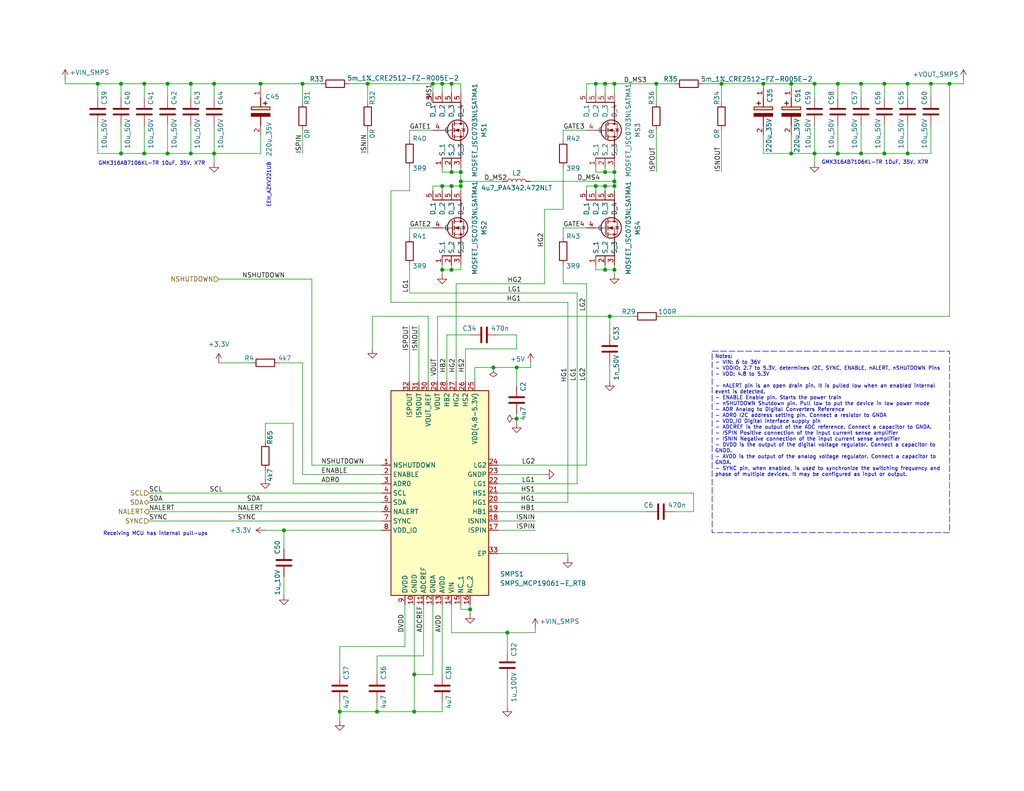
<source format=kicad_sch>
(kicad_sch (version 20231120) (generator "eeschema") (generator_version "8.0")
  (paper "USLetter")
  (title_block (title "USB-PD Board") (date "2025-12-03") (rev "B") (company "Peter Hancak"))
  (lib_symbols
    (symbol "Device:C" (pin_numbers hide) (pin_names (offset 0.254))
      (property "Reference" "C" (at 0.635 2.54 0))
      (property "Value" "C" (at 0.635 -2.54 0))
      (symbol "C_1_1"
        (pin passive line (at 0 3.81 270) (length 2.794) (name "~") (number "1"))
        (pin passive line (at 0 -3.81 90) (length 2.794) (name "~") (number "2"))
      )
    )
    (symbol "Device:L" (pin_numbers hide) (pin_names (offset 1.016) hide)
      (property "Reference" "L" (at -1.27 0 90))
      (property "Value" "L" (at 1.905 0 90))
      (symbol "L_1_1"
        (pin passive line (at 0 3.81 270) (length 1.27) (name "1") (number "1"))
        (pin passive line (at 0 -3.81 90) (length 1.27) (name "2") (number "2"))
      )
    )
    (symbol "Device:R" (pin_numbers hide) (pin_names (offset 0))
      (property "Reference" "R" (at 2.032 0 90))
      (property "Value" "R" (at 0 0 90))
      (symbol "R_1_1"
        (pin passive line (at 0 3.81 270) (length 1.27) (name "~") (number "1"))
        (pin passive line (at 0 -3.81 90) (length 1.27) (name "~") (number "2"))
      )
    )
    (symbol "MOSFET_BSZ058N03LSG_1"
      (property "Reference" "MS" (at 9.398 2.286 0))
      (property "Value" "MOSFET_BSZ058N03LSG" (at 9.398 0 0))
      (symbol "MOSFET_BSZ058N03LSG_1_1_1"
        (pin passive line (at 2.54 -20.32 90) (length 2.54) (name "S_1") (number "1"))
        (pin passive line (at 5.08 -20.32 90) (length 2.54) (name "S_2") (number "2"))
        (pin passive line (at 7.62 -20.32 90) (length 2.54) (name "S_3") (number "3"))
        (pin passive line (at 0 -10.16 0) (length 2.54) (name "G") (number "4"))
        (pin passive line (at 0 0 270) (length 2.54) (name "D_1") (number "5"))
        (pin passive line (at 2.54 0 270) (length 2.54) (name "D_2") (number "5"))
        (pin passive line (at 5.08 0 270) (length 2.54) (name "D_3") (number "5"))
        (pin passive line (at 7.62 0 270) (length 2.54) (name "D_4") (number "5"))
      )
    )
    (symbol "MOSFET_BSZ058N03LSG_2"
      (property "Reference" "MS" (at 9.398 2.286 0))
      (property "Value" "MOSFET_BSZ058N03LSG" (at 9.398 0 0))
      (symbol "MOSFET_BSZ058N03LSG_2_1_1"
        (pin passive line (at 2.54 -20.32 90) (length 2.54) (name "S_1") (number "1"))
        (pin passive line (at 5.08 -20.32 90) (length 2.54) (name "S_2") (number "2"))
        (pin passive line (at 7.62 -20.32 90) (length 2.54) (name "S_3") (number "3"))
        (pin passive line (at 0 -10.16 0) (length 2.54) (name "G") (number "4"))
        (pin passive line (at 0 0 270) (length 2.54) (name "D_1") (number "5"))
        (pin passive line (at 2.54 0 270) (length 2.54) (name "D_2") (number "5"))
        (pin passive line (at 5.08 0 270) (length 2.54) (name "D_3") (number "5"))
        (pin passive line (at 7.62 0 270) (length 2.54) (name "D_4") (number "5"))
      )
    )
    (symbol "MOSFET_BSZ058N03LSG_3"
      (property "Reference" "MS" (at 9.398 2.286 0))
      (property "Value" "MOSFET_BSZ058N03LSG" (at 9.398 0 0))
      (symbol "MOSFET_BSZ058N03LSG_3_1_1"
        (pin passive line (at 2.54 -20.32 90) (length 2.54) (name "S_1") (number "1"))
        (pin passive line (at 5.08 -20.32 90) (length 2.54) (name "S_2") (number "2"))
        (pin passive line (at 7.62 -20.32 90) (length 2.54) (name "S_3") (number "3"))
        (pin passive line (at 0 -10.16 0) (length 2.54) (name "G") (number "4"))
        (pin passive line (at 0 0 270) (length 2.54) (name "D_1") (number "5"))
        (pin passive line (at 2.54 0 270) (length 2.54) (name "D_2") (number "5"))
        (pin passive line (at 5.08 0 270) (length 2.54) (name "D_3") (number "5"))
        (pin passive line (at 7.62 0 270) (length 2.54) (name "D_4") (number "5"))
      )
    )
    (symbol "Personal_Projects:Capacitor_T530Y337M006ATE006" (pin_names hide)
      (property "Reference" "C" (at 8.89 6.35 0))
      (property "Value" "Capacitor_T530Y337M006ATE006" (at 8.89 3.81 0))
      (symbol "Capacitor_T530Y337M006ATE006_1_1"
        (pin passive line (at 0 0 0) (length 2.54) (name "+") (number "1"))
        (pin passive line (at 12.7 0 180) (length 2.54) (name "-") (number "2"))
      )
    )
    (symbol "Personal_Projects:MOSFET_BSZ058N03LSG"
      (property "Reference" "MS" (at 9.398 2.286 0))
      (property "Value" "MOSFET_BSZ058N03LSG" (at 9.398 0 0))
      (symbol "MOSFET_BSZ058N03LSG_1_1"
        (pin passive line (at 2.54 -20.32 90) (length 2.54) (name "S_1") (number "1"))
        (pin passive line (at 5.08 -20.32 90) (length 2.54) (name "S_2") (number "2"))
        (pin passive line (at 7.62 -20.32 90) (length 2.54) (name "S_3") (number "3"))
        (pin passive line (at 0 -10.16 0) (length 2.54) (name "G") (number "4"))
        (pin passive line (at 0 0 270) (length 2.54) (name "D_1") (number "5"))
        (pin passive line (at 2.54 0 270) (length 2.54) (name "D_2") (number "5"))
        (pin passive line (at 5.08 0 270) (length 2.54) (name "D_3") (number "5"))
        (pin passive line (at 7.62 0 270) (length 2.54) (name "D_4") (number "5"))
      )
    )
    (symbol "Personal_Projects:SMPS_MCP19061-E_RTB"
      (property "Reference" "SMPS" (at 29.21 20.32 0))
      (property "Value" "SMPS_MCP19061-E_RTB" (at 29.21 17.78 0))
      (symbol "SMPS_MCP19061-E_RTB_1_1"
        (pin passive line (at 0 -5.08 0) (length 2.54) (name "NSHUTDOWN") (number "1"))
        (pin passive line (at 8.89 -43.18 90) (length 2.54) (name "GNDD") (number "10"))
        (pin passive line (at 11.43 -43.18 90) (length 2.54) (name "ADCREF") (number "11"))
        (pin passive line (at 13.97 -43.18 90) (length 2.54) (name "GNDA") (number "12"))
        (pin passive line (at 16.51 -43.18 90) (length 2.54) (name "AVDD") (number "13"))
        (pin passive line (at 19.05 -43.18 90) (length 2.54) (name "VIN") (number "14"))
        (pin passive line (at 21.59 -43.18 90) (length 2.54) (name "NC_1") (number "15"))
        (pin passive line (at 24.13 -43.18 90) (length 2.54) (name "NC_2") (number "16"))
        (pin passive line (at 31.75 -22.86 180) (length 2.54) (name "ISPIN") (number "17"))
        (pin passive line (at 31.75 -20.32 180) (length 2.54) (name "ISNIN") (number "18"))
        (pin passive line (at 31.75 -17.78 180) (length 2.54) (name "HB1") (number "19"))
        (pin passive line (at 0 -7.62 0) (length 2.54) (name "ENABLE") (number "2"))
        (pin passive line (at 31.75 -15.24 180) (length 2.54) (name "HG1") (number "20"))
        (pin passive line (at 31.75 -12.7 180) (length 2.54) (name "HS1") (number "21"))
        (pin passive line (at 31.75 -10.16 180) (length 2.54) (name "LG1") (number "22"))
        (pin passive line (at 31.75 -7.62 180) (length 2.54) (name "GNDP") (number "23"))
        (pin passive line (at 31.75 -5.08 180) (length 2.54) (name "LG2") (number "24"))
        (pin passive line (at 25.4 17.78 270) (length 2.54) (name "VDD(4.8-5.3V)") (number "25"))
        (pin passive line (at 22.86 17.78 270) (length 2.54) (name "HS2") (number "26"))
        (pin passive line (at 20.32 17.78 270) (length 2.54) (name "HG2") (number "27"))
        (pin passive line (at 17.78 17.78 270) (length 2.54) (name "HB2") (number "28"))
        (pin passive line (at 15.24 17.78 270) (length 2.54) (name "VOUT") (number "29"))
        (pin passive line (at 0 -10.16 0) (length 2.54) (name "ADR0") (number "3"))
        (pin passive line (at 12.7 17.78 270) (length 2.54) (name "VOUT_REF") (number "30"))
        (pin passive line (at 10.16 17.78 270) (length 2.54) (name "ISNOUT") (number "31"))
        (pin passive line (at 7.62 17.78 270) (length 2.54) (name "ISPOUT") (number "32"))
        (pin passive line (at 31.75 -29.21 180) (length 2.54) (name "EP") (number "33"))
        (pin passive line (at 0 -12.7 0) (length 2.54) (name "SCL") (number "4"))
        (pin passive line (at 0 -15.24 0) (length 2.54) (name "SDA") (number "5"))
        (pin passive line (at 0 -17.78 0) (length 2.54) (name "NALERT") (number "6"))
        (pin passive line (at 0 -20.32 0) (length 2.54) (name "SYNC") (number "7"))
        (pin passive line (at 0 -22.86 0) (length 2.54) (name "VDD_IO") (number "8"))
        (pin passive line (at 6.35 -43.18 90) (length 2.54) (name "DVDD") (number "9"))
      )
    )
    (symbol "power:+3.3V" (power) (pin_numbers hide) (pin_names (offset 0) hide)
      (property "Value" "+3.3V" (at 0 3.556 0))
      (symbol "+3.3V_1_1"
        (pin power_in line (at 0 0 90) (length 0) (name "~") (number "1"))
      )
    )
    (symbol "power:+5V" (power) (pin_numbers hide) (pin_names (offset 0) hide)
      (property "Value" "+5V" (at 0 3.556 0))
      (symbol "+5V_1_1"
        (pin power_in line (at 0 0 90) (length 0) (name "~") (number "1"))
      )
    )
    (symbol "power:GND" (power) (pin_numbers hide) (pin_names (offset 0) hide)
      (property "Value" "GND" (at 0 -3.81 0))
      (symbol "GND_1_1"
        (pin power_in line (at 0 0 270) (length 0) (name "~") (number "1"))
      )
    )
    (symbol "power:PWR_FLAG" (power) (pin_numbers hide) (pin_names (offset 0) hide)
      (property "Value" "PWR_FLAG" (at 0 3.81 0))
      (symbol "PWR_FLAG_0_0"
        (pin power_out line (at 0 0 90) (length 0) (name "~") (number "1"))
      )
    )
  )
  (junction (at 222.25 22.86))
  (junction (at 138.43 172.72))
  (junction (at 125.73 46.99))
  (junction (at 165.1 46.99))
  (junction (at 123.19 73.66))
  (junction (at 165.1 73.66))
  (junction (at 102.87 194.31))
  (junction (at 92.71 194.31))
  (junction (at 134.62 100.33))
  (junction (at 120.65 73.66))
  (junction (at 58.42 22.86))
  (junction (at 162.56 50.8))
  (junction (at 58.42 41.91))
  (junction (at 241.3 41.91))
  (junction (at 228.6 22.86))
  (junction (at 45.72 41.91))
  (junction (at 167.64 49.53))
  (junction (at 167.64 46.99))
  (junction (at 166.37 86.36))
  (junction (at 125.73 50.8))
  (junction (at 222.25 41.91))
  (junction (at 120.65 22.86))
  (junction (at 165.1 22.86))
  (junction (at 247.65 41.91))
  (junction (at 228.6 41.91))
  (junction (at 77.47 144.78))
  (junction (at 128.27 166.37))
  (junction (at 241.3 22.86))
  (junction (at 167.64 50.8))
  (junction (at 196.85 22.86))
  (junction (at 113.03 184.15))
  (junction (at 167.64 22.86))
  (junction (at 234.95 22.86))
  (junction (at 33.02 41.91))
  (junction (at 45.72 22.86))
  (junction (at 215.9 41.91))
  (junction (at 123.19 50.8))
  (junction (at 100.33 22.86))
  (junction (at 125.73 49.53))
  (junction (at 234.95 41.91))
  (junction (at 259.08 22.86))
  (junction (at 118.11 22.86))
  (junction (at 123.19 22.86))
  (junction (at 113.03 194.31))
  (junction (at 167.64 73.66))
  (junction (at 33.02 22.86))
  (junction (at 215.9 22.86))
  (junction (at 26.67 22.86))
  (junction (at 52.07 41.91))
  (junction (at 82.55 22.86))
  (junction (at 140.97 114.3))
  (junction (at 162.56 22.86))
  (junction (at 254 22.86))
  (junction (at 123.19 46.99))
  (junction (at 39.37 41.91))
  (junction (at 208.28 22.86))
  (junction (at 247.65 22.86))
  (junction (at 165.1 50.8))
  (junction (at 71.12 22.86))
  (junction (at 52.07 22.86))
  (junction (at 39.37 22.86))
  (junction (at 120.65 50.8))
  (junction (at 179.07 22.86))
  (junction (at 140.97 100.33))
  (wire (pts (xy 140.97 91.44) (xy 135.89 91.44)))
  (wire (pts (xy 82.55 22.86) (xy 87.63 22.86)))
  (wire (pts (xy 167.64 72.39) (xy 167.64 73.66)))
  (wire (pts (xy 52.07 22.86) (xy 58.42 22.86)))
  (wire (pts (xy 128.27 167.64) (xy 128.27 166.37)))
  (wire (pts (xy 215.9 22.86) (xy 208.28 22.86)))
  (wire (pts (xy 179.07 22.86) (xy 179.07 27.94)))
  (wire (pts (xy 102.87 194.31) (xy 92.71 194.31)))
  (wire (pts (xy 114.3 88.9) (xy 114.3 104.14)))
  (wire (pts (xy 144.78 49.53) (xy 167.64 49.53)))
  (wire (pts (xy 128.27 166.37) (xy 128.27 165.1)))
  (wire (pts (xy 234.95 22.86) (xy 228.6 22.86)))
  (wire (pts (xy 125.73 49.53) (xy 137.16 49.53)))
  (wire (pts (xy 247.65 41.91) (xy 241.3 41.91)))
  (wire (pts (xy 162.56 50.8) (xy 162.56 52.07)))
  (wire (pts (xy 102.87 194.31) (xy 102.87 191.77)))
  (wire (pts (xy 165.1 73.66) (xy 167.64 73.66)))
  (wire (pts (xy 160.02 50.8) (xy 162.56 50.8)))
  (wire (pts (xy 254 34.29) (xy 254 41.91)))
  (wire (pts (xy 123.19 50.8) (xy 125.73 50.8)))
  (wire (pts (xy 111.76 62.23) (xy 111.76 64.77)))
  (wire (pts (xy 120.65 50.8) (xy 123.19 50.8)))
  (wire (pts (xy 92.71 194.31) (xy 92.71 196.85)))
  (wire (pts (xy 215.9 24.13) (xy 215.9 22.86)))
  (wire (pts (xy 228.6 22.86) (xy 222.25 22.86)))
  (wire (pts (xy 45.72 34.29) (xy 45.72 41.91)))
  (wire (pts (xy 101.6 86.36) (xy 116.84 86.36)))
  (wire (pts (xy 129.54 100.33) (xy 134.62 100.33)))
  (wire (pts (xy 167.64 49.53) (xy 167.64 46.99)))
  (wire (pts (xy 167.64 22.86) (xy 165.1 22.86)))
  (wire (pts (xy 125.73 22.86) (xy 123.19 22.86)))
  (wire (pts (xy 120.65 191.77) (xy 120.65 194.31)))
  (wire (pts (xy 165.1 72.39) (xy 165.1 73.66)))
  (wire (pts (xy 40.64 142.24) (xy 104.14 142.24)))
  (wire (pts (xy 124.46 77.47) (xy 124.46 104.14)))
  (wire (pts (xy 135.89 134.62) (xy 189.23 134.62)))
  (wire (pts (xy 165.1 25.4) (xy 165.1 22.86)))
  (wire (pts (xy 125.73 46.99) (xy 125.73 45.72)))
  (wire (pts (xy 100.33 41.91) (xy 100.33 35.56)))
  (wire (pts (xy 82.55 99.06) (xy 82.55 129.54)))
  (wire (pts (xy 85.09 76.2) (xy 85.09 127)))
  (wire (pts (xy 125.73 50.8) (xy 125.73 52.07)))
  (wire (pts (xy 157.48 80.01) (xy 157.48 132.08)))
  (wire (pts (xy 254 22.86) (xy 254 26.67)))
  (wire (pts (xy 222.25 34.29) (xy 222.25 41.91)))
  (wire (pts (xy 166.37 86.36) (xy 172.72 86.36)))
  (wire (pts (xy 120.65 50.8) (xy 120.65 52.07)))
  (wire (pts (xy 123.19 45.72) (xy 123.19 46.99)))
  (wire (pts (xy 162.56 22.86) (xy 160.02 22.86)))
  (wire (pts (xy 160.02 22.86) (xy 160.02 25.4)))
  (wire (pts (xy 123.19 165.1) (xy 123.19 172.72)))
  (wire (pts (xy 140.97 95.25) (xy 140.97 91.44)))
  (wire (pts (xy 215.9 41.91) (xy 222.25 41.91)))
  (wire (pts (xy 222.25 22.86) (xy 222.25 26.67)))
  (wire (pts (xy 234.95 34.29) (xy 234.95 41.91)))
  (wire (pts (xy 102.87 179.07) (xy 115.57 179.07)))
  (wire (pts (xy 71.12 24.13) (xy 71.12 22.86)))
  (wire (pts (xy 71.12 22.86) (xy 82.55 22.86)))
  (wire (pts (xy 127 95.25) (xy 140.97 95.25)))
  (wire (pts (xy 123.19 50.8) (xy 123.19 52.07)))
  (wire (pts (xy 123.19 46.99) (xy 125.73 46.99)))
  (wire (pts (xy 119.38 86.36) (xy 119.38 104.14)))
  (wire (pts (xy 39.37 41.91) (xy 45.72 41.91)))
  (wire (pts (xy 144.78 100.33) (xy 140.97 100.33)))
  (wire (pts (xy 153.67 35.56) (xy 153.67 38.1)))
  (wire (pts (xy 241.3 34.29) (xy 241.3 41.91)))
  (wire (pts (xy 121.92 91.44) (xy 128.27 91.44)))
  (wire (pts (xy 119.38 86.36) (xy 166.37 86.36)))
  (wire (pts (xy 120.65 25.4) (xy 120.65 22.86)))
  (wire (pts (xy 167.64 50.8) (xy 167.64 49.53)))
  (wire (pts (xy 153.67 77.47) (xy 153.67 72.39)))
  (wire (pts (xy 167.64 46.99) (xy 167.64 45.72)))
  (wire (pts (xy 196.85 27.94) (xy 196.85 22.86)))
  (wire (pts (xy 120.65 45.72) (xy 120.65 46.99)))
  (wire (pts (xy 106.68 82.55) (xy 106.68 52.07)))
  (wire (pts (xy 162.56 46.99) (xy 165.1 46.99)))
  (wire (pts (xy 165.1 22.86) (xy 162.56 22.86)))
  (wire (pts (xy 125.73 50.8) (xy 125.73 49.53)))
  (wire (pts (xy 123.19 72.39) (xy 123.19 73.66)))
  (wire (pts (xy 118.11 35.56) (xy 111.76 35.56)))
  (wire (pts (xy 80.01 115.57) (xy 80.01 132.08)))
  (wire (pts (xy 72.39 128.27) (xy 72.39 130.81)))
  (wire (pts (xy 228.6 34.29) (xy 228.6 41.91)))
  (wire (pts (xy 179.07 22.86) (xy 167.64 22.86)))
  (wire (pts (xy 118.11 22.86) (xy 100.33 22.86)))
  (wire (pts (xy 118.11 52.07) (xy 118.11 50.8)))
  (wire (pts (xy 33.02 22.86) (xy 39.37 22.86)))
  (wire (pts (xy 162.56 72.39) (xy 162.56 73.66)))
  (wire (pts (xy 111.76 35.56) (xy 111.76 38.1)))
  (wire (pts (xy 162.56 50.8) (xy 165.1 50.8)))
  (wire (pts (xy 167.64 25.4) (xy 167.64 22.86)))
  (wire (pts (xy 26.67 22.86) (xy 33.02 22.86)))
  (wire (pts (xy 58.42 34.29) (xy 58.42 41.91)))
  (wire (pts (xy 241.3 41.91) (xy 234.95 41.91)))
  (wire (pts (xy 102.87 184.15) (xy 102.87 179.07)))
  (wire (pts (xy 33.02 41.91) (xy 39.37 41.91)))
  (wire (pts (xy 234.95 41.91) (xy 228.6 41.91)))
  (wire (pts (xy 138.43 172.72) (xy 138.43 177.8)))
  (wire (pts (xy 33.02 34.29) (xy 33.02 41.91)))
  (wire (pts (xy 160.02 52.07) (xy 160.02 50.8)))
  (wire (pts (xy 262.89 22.86) (xy 259.08 22.86)))
  (wire (pts (xy 165.1 45.72) (xy 165.1 46.99)))
  (wire (pts (xy 72.39 120.65) (xy 72.39 115.57)))
  (wire (pts (xy 45.72 22.86) (xy 52.07 22.86)))
  (wire (pts (xy 135.89 142.24) (xy 146.05 142.24)))
  (wire (pts (xy 52.07 22.86) (xy 52.07 26.67)))
  (wire (pts (xy 160.02 77.47) (xy 160.02 127)))
  (wire (pts (xy 140.97 115.57) (xy 140.97 114.3)))
  (wire (pts (xy 59.69 99.06) (xy 68.58 99.06)))
  (wire (pts (xy 134.62 100.33) (xy 140.97 100.33)))
  (wire (pts (xy 101.6 95.25) (xy 101.6 86.36)))
  (wire (pts (xy 92.71 176.53) (xy 110.49 176.53)))
  (wire (pts (xy 196.85 46.99) (xy 196.85 35.56)))
  (wire (pts (xy 77.47 144.78) (xy 77.47 149.86)))
  (wire (pts (xy 154.94 152.4) (xy 154.94 151.13)))
  (wire (pts (xy 85.09 127) (xy 104.14 127)))
  (wire (pts (xy 144.78 99.06) (xy 144.78 100.33)))
  (wire (pts (xy 167.64 73.66) (xy 167.64 74.93)))
  (wire (pts (xy 111.76 88.9) (xy 111.76 104.14)))
  (wire (pts (xy 148.59 77.47) (xy 148.59 57.15)))
  (wire (pts (xy 40.64 139.7) (xy 104.14 139.7)))
  (wire (pts (xy 138.43 172.72) (xy 146.05 172.72)))
  (wire (pts (xy 52.07 34.29) (xy 52.07 41.91)))
  (wire (pts (xy 39.37 22.86) (xy 39.37 26.67)))
  (wire (pts (xy 45.72 22.86) (xy 45.72 26.67)))
  (wire (pts (xy 241.3 22.86) (xy 234.95 22.86)))
  (wire (pts (xy 184.15 22.86) (xy 179.07 22.86)))
  (wire (pts (xy 102.87 194.31) (xy 113.03 194.31)))
  (wire (pts (xy 222.25 22.86) (xy 215.9 22.86)))
  (wire (pts (xy 247.65 22.86) (xy 247.65 26.67)))
  (wire (pts (xy 146.05 171.45) (xy 146.05 172.72)))
  (wire (pts (xy 208.28 24.13) (xy 208.28 22.86)))
  (wire (pts (xy 189.23 139.7) (xy 189.23 134.62)))
  (wire (pts (xy 120.65 22.86) (xy 118.11 22.86)))
  (wire (pts (xy 254 22.86) (xy 247.65 22.86)))
  (wire (pts (xy 135.89 144.78) (xy 146.05 144.78)))
  (wire (pts (xy 135.89 151.13) (xy 154.94 151.13)))
  (wire (pts (xy 125.73 166.37) (xy 125.73 165.1)))
  (wire (pts (xy 125.73 166.37) (xy 128.27 166.37)))
  (wire (pts (xy 259.08 86.36) (xy 259.08 22.86)))
  (wire (pts (xy 135.89 127) (xy 160.02 127)))
  (wire (pts (xy 71.12 36.83) (xy 71.12 41.91)))
  (wire (pts (xy 120.65 46.99) (xy 123.19 46.99)))
  (wire (pts (xy 148.59 57.15) (xy 153.67 57.15)))
  (wire (pts (xy 138.43 193.04) (xy 138.43 185.42)))
  (wire (pts (xy 208.28 41.91) (xy 215.9 41.91)))
  (wire (pts (xy 120.65 73.66) (xy 120.65 74.93)))
  (wire (pts (xy 59.69 76.2) (xy 85.09 76.2)))
  (wire (pts (xy 17.78 21.59) (xy 17.78 22.86)))
  (wire (pts (xy 234.95 22.86) (xy 234.95 26.67)))
  (wire (pts (xy 92.71 191.77) (xy 92.71 194.31)))
  (wire (pts (xy 80.01 132.08) (xy 104.14 132.08)))
  (wire (pts (xy 125.73 25.4) (xy 125.73 22.86)))
  (wire (pts (xy 45.72 41.91) (xy 52.07 41.91)))
  (wire (pts (xy 160.02 77.47) (xy 153.67 77.47)))
  (wire (pts (xy 92.71 176.53) (xy 92.71 184.15)))
  (wire (pts (xy 121.92 91.44) (xy 121.92 104.14)))
  (wire (pts (xy 208.28 22.86) (xy 196.85 22.86)))
  (wire (pts (xy 26.67 34.29) (xy 26.67 41.91)))
  (wire (pts (xy 123.19 172.72) (xy 138.43 172.72)))
  (wire (pts (xy 162.56 45.72) (xy 162.56 46.99)))
  (wire (pts (xy 17.78 22.86) (xy 26.67 22.86)))
  (wire (pts (xy 160.02 35.56) (xy 153.67 35.56)))
  (wire (pts (xy 113.03 165.1) (xy 113.03 184.15)))
  (wire (pts (xy 153.67 45.72) (xy 153.67 57.15)))
  (wire (pts (xy 95.25 22.86) (xy 100.33 22.86)))
  (wire (pts (xy 111.76 52.07) (xy 111.76 45.72)))
  (wire (pts (xy 165.1 50.8) (xy 165.1 52.07)))
  (wire (pts (xy 162.56 25.4) (xy 162.56 22.86)))
  (wire (pts (xy 125.73 49.53) (xy 125.73 46.99)))
  (wire (pts (xy 118.11 50.8) (xy 120.65 50.8)))
  (wire (pts (xy 135.89 137.16) (xy 154.94 137.16)))
  (wire (pts (xy 160.02 62.23) (xy 153.67 62.23)))
  (wire (pts (xy 247.65 34.29) (xy 247.65 41.91)))
  (wire (pts (xy 33.02 22.86) (xy 33.02 26.67)))
  (wire (pts (xy 26.67 22.86) (xy 26.67 26.67)))
  (wire (pts (xy 196.85 22.86) (xy 191.77 22.86)))
  (wire (pts (xy 40.64 137.16) (xy 104.14 137.16)))
  (wire (pts (xy 135.89 129.54) (xy 148.59 129.54)))
  (wire (pts (xy 162.56 73.66) (xy 165.1 73.66)))
  (wire (pts (xy 135.89 139.7) (xy 176.53 139.7)))
  (wire (pts (xy 184.15 139.7) (xy 189.23 139.7)))
  (wire (pts (xy 72.39 115.57) (xy 80.01 115.57)))
  (wire (pts (xy 140.97 100.33) (xy 140.97 105.41)))
  (wire (pts (xy 123.19 22.86) (xy 120.65 22.86)))
  (wire (pts (xy 135.89 132.08) (xy 157.48 132.08)))
  (wire (pts (xy 129.54 100.33) (xy 129.54 104.14)))
  (wire (pts (xy 215.9 36.83) (xy 215.9 41.91)))
  (wire (pts (xy 113.03 184.15) (xy 113.03 194.31)))
  (wire (pts (xy 208.28 36.83) (xy 208.28 41.91)))
  (wire (pts (xy 100.33 22.86) (xy 100.33 27.94)))
  (wire (pts (xy 76.2 99.06) (xy 82.55 99.06)))
  (wire (pts (xy 179.07 46.99) (xy 179.07 35.56)))
  (wire (pts (xy 228.6 41.91) (xy 222.25 41.91)))
  (wire (pts (xy 127 95.25) (xy 127 104.14)))
  (wire (pts (xy 77.47 144.78) (xy 104.14 144.78)))
  (wire (pts (xy 106.68 52.07) (xy 111.76 52.07)))
  (wire (pts (xy 58.42 22.86) (xy 58.42 26.67)))
  (wire (pts (xy 166.37 86.36) (xy 166.37 91.44)))
  (wire (pts (xy 40.64 134.62) (xy 104.14 134.62)))
  (wire (pts (xy 259.08 22.86) (xy 254 22.86)))
  (wire (pts (xy 254 41.91) (xy 247.65 41.91)))
  (wire (pts (xy 82.55 41.91) (xy 82.55 35.56)))
  (wire (pts (xy 118.11 62.23) (xy 111.76 62.23)))
  (wire (pts (xy 157.48 80.01) (xy 111.76 80.01)))
  (wire (pts (xy 228.6 22.86) (xy 228.6 26.67)))
  (wire (pts (xy 125.73 72.39) (xy 125.73 73.66)))
  (wire (pts (xy 82.55 27.94) (xy 82.55 22.86)))
  (wire (pts (xy 262.89 21.59) (xy 262.89 22.86)))
  (wire (pts (xy 120.65 165.1) (xy 120.65 184.15)))
  (wire (pts (xy 123.19 73.66) (xy 120.65 73.66)))
  (wire (pts (xy 115.57 165.1) (xy 115.57 179.07)))
  (wire (pts (xy 118.11 184.15) (xy 113.03 184.15)))
  (wire (pts (xy 111.76 72.39) (xy 111.76 80.01)))
  (wire (pts (xy 154.94 82.55) (xy 106.68 82.55)))
  (wire (pts (xy 166.37 104.14) (xy 166.37 99.06)))
  (wire (pts (xy 58.42 22.86) (xy 71.12 22.86)))
  (wire (pts (xy 52.07 41.91) (xy 58.42 41.91)))
  (wire (pts (xy 118.11 165.1) (xy 118.11 184.15)))
  (wire (pts (xy 39.37 22.86) (xy 45.72 22.86)))
  (wire (pts (xy 82.55 129.54) (xy 104.14 129.54)))
  (wire (pts (xy 125.73 73.66) (xy 123.19 73.66)))
  (wire (pts (xy 118.11 25.4) (xy 118.11 22.86)))
  (wire (pts (xy 58.42 41.91) (xy 58.42 44.45)))
  (wire (pts (xy 123.19 25.4) (xy 123.19 22.86)))
  (wire (pts (xy 167.64 50.8) (xy 167.64 52.07)))
  (wire (pts (xy 222.25 41.91) (xy 222.25 44.45)))
  (wire (pts (xy 110.49 165.1) (xy 110.49 176.53)))
  (wire (pts (xy 77.47 162.56) (xy 77.47 157.48)))
  (wire (pts (xy 77.47 144.78) (xy 72.39 144.78)))
  (wire (pts (xy 165.1 50.8) (xy 167.64 50.8)))
  (wire (pts (xy 180.34 86.36) (xy 259.08 86.36)))
  (wire (pts (xy 153.67 62.23) (xy 153.67 64.77)))
  (wire (pts (xy 116.84 86.36) (xy 116.84 104.14)))
  (wire (pts (xy 26.67 41.91) (xy 33.02 41.91)))
  (wire (pts (xy 124.46 77.47) (xy 148.59 77.47)))
  (wire (pts (xy 120.65 194.31) (xy 113.03 194.31)))
  (wire (pts (xy 154.94 82.55) (xy 154.94 137.16)))
  (wire (pts (xy 247.65 22.86) (xy 241.3 22.86)))
  (wire (pts (xy 140.97 114.3) (xy 140.97 113.03)))
  (wire (pts (xy 165.1 46.99) (xy 167.64 46.99)))
  (wire (pts (xy 120.65 72.39) (xy 120.65 73.66)))
  (wire (pts (xy 39.37 34.29) (xy 39.37 41.91)))
  (wire (pts (xy 241.3 22.86) (xy 241.3 26.67)))
  (wire (pts (xy 71.12 41.91) (xy 58.42 41.91)))
  (text_box "Notes:\n- VIN: 6 to 36V\n- VDDIO: 2.7 to 5.3V, determines I2C, SYNC, ENABLE, nALERT, nSHUTDOWN Pins\n- VDD: 4.8 to 5.3V\n\n- nALERT pin is an open drain pin. It is pulled low when an enabled internal event is detected.\n- ENABLE Enable pin. Starts the power train\n- nSHUTDOWN Shutdown pin. Pull low to put the device in low power mode\n- ADR Analog to Digital Converters Reference\n- ADR0 I2C address setting pin. Connect a resistor to GNDA\n- VDD_IO Digital interface supply pin\n- ADCREF is the output of the ADC reference. Connect a capacitor to GNDA.\n- ISPIN Positive connection of the input current sense amplifier\n- ISNIN Negative connection of the input current sense amplifier\n- DVDD is the output of the digital voltage regulator. Connect a capacitor to GNDD.\n- AVDD is the output of the analog voltage regulator. Connect a capacitor to GNDA.\n- SYNC pin, when enabled, is used to synchronize the switching frequency and phase of multiple devices. It may be configured as input or output." (at 194.31 95.885 0) (size 64.77 49.53) (stroke (width 0) (type dash)) (effects (font (size 1 1)) (justify left top)))
  (text "GMK316AB7106KL-TR 10uF, 35V, X7R" (at 41.402 44.704 0) (effects (font (size 1 1))))
  (text "GMK316AB7106KL-TR 10uF, 35V, X7R" (at 238.76 44.45 0) (effects (font (size 1 1))))
  (text "EEH_AZKV221UB\n" (at 73.406 50.546 90) (effects (font (size 1 1))))
  (text "Receiving MCU has internal pull-ups" (at 42.418 145.796 0) (effects (font (size 1 1))))
  (label "SDA" (at 67.31 137.16 0))
  (label "NSHUTDOWN" (at 66.04 76.2 0))
  (label "HG1" (at 154.94 100.33 270))
  (label "VOUT" (at 119.38 97.79 270))
  (label "DVDD" (at 110.49 172.72 90))
  (label "LG1" (at 157.48 100.33 270))
  (label "ISPOUT" (at 179.07 46.99 90))
  (label "NALERT" (at 40.64 139.7 0))
  (label "LG2" (at 146.05 127 180))
  (label "SDA" (at 40.64 137.16 0))
  (label "ADR0" (at 87.63 132.08 0))
  (label "SCL" (at 57.15 134.62 0))
  (label "LG1" (at 142.24 80.01 180))
  (label "ISNOUT" (at 114.3 88.9 270))
  (label "D_MS2" (at 132.08 49.53 0))
  (label "SCL" (at 40.64 134.62 0))
  (label "HG2" (at 124.46 97.79 270))
  (label "LG2" (at 160.02 100.33 270))
  (label "D_MS1" (at 118.11 22.86 270))
  (label "ISNIN" (at 100.33 41.91 90))
  (label "ISPIN" (at 82.55 41.91 90))
  (label "LG1" (at 111.76 76.2 270))
  (label "ENABLE" (at 87.63 129.54 0))
  (label "HS2" (at 127 97.79 270))
  (label "AVDD" (at 120.65 172.72 90))
  (label "LG1" (at 146.05 132.08 180))
  (label "LG2" (at 160.02 81.28 270))
  (label "HB2" (at 121.92 97.79 270))
  (label "GATE3" (at 153.67 35.56 0))
  (label "GATE4" (at 153.67 62.23 0))
  (label "HG2" (at 148.59 63.5 270))
  (label "GATE1" (at 111.76 35.56 0))
  (label "ISNIN" (at 146.05 142.24 180))
  (label "NSHUTDOWN" (at 87.63 127 0))
  (label "ISNOUT" (at 196.85 46.99 90))
  (label "D_MS3" (at 170.18 22.86 0))
  (label "SYNC" (at 64.77 142.24 0))
  (label "NALERT" (at 64.77 139.7 0))
  (label "SYNC" (at 40.64 142.24 0))
  (label "HG2" (at 138.43 77.47 0))
  (label "HG1" (at 142.24 82.55 180))
  (label "ISPOUT" (at 111.76 88.9 270))
  (label "ISPIN" (at 146.05 144.78 180))
  (label "HG1" (at 146.05 137.16 180))
  (label "HB1" (at 146.05 139.7 180))
  (label "GATE2" (at 111.76 62.23 0))
  (label "ADCREF" (at 115.57 172.72 90))
  (label "D_MS4" (at 157.48 49.53 0))
  (label "HS1" (at 146.05 134.62 180))
  (hierarchical_label "NALERT" (shape output) (at 40.64 139.7 180))
  (hierarchical_label "SDA" (shape bidirectional) (at 40.64 137.16 180))
  (hierarchical_label "NSHUTDOWN" (shape input) (at 59.69 76.2 180))
  (hierarchical_label "SYNC" (shape input) (at 40.64 142.24 180))
  (hierarchical_label "SCL" (shape input) (at 40.64 134.62 180))
  (symbol (lib_id "Device:R") (at 111.76 68.58 0) (unit 1)
    (property "Reference" "R41" (at 112.522 64.516 0) (effects (justify left)))
    (property "Value" "3R9" (at 112.522 72.644 0) (effects (justify left)))
    (property "Footprint" "Resistor_SMD:R_0805_2012Metric" (effects (hide yes)))
    (property "Description" "Resistor" (effects (hide yes)))
  )
  (symbol (lib_id "Device:R") (at 153.67 68.58 0) (unit 1)
    (property "Reference" "R43" (at 154.432 64.516 0) (effects (justify left)))
    (property "Value" "3R9" (at 154.432 72.644 0) (effects (justify left)))
    (property "Footprint" "Resistor_SMD:R_0805_2012Metric" (effects (hide yes)))
    (property "Description" "Resistor" (effects (hide yes)))
  )
  (symbol (lib_id "Device:C") (at 228.6 30.48 0) (mirror y) (unit 1)
    (property "Reference" "C58" (at 226.822 28.702 90) (effects (justify left)))
    (property "Value" "10u_50V" (at 226.822 40.64 90) (effects (justify left)))
    (property "Footprint" "Capacitor_SMD:C_1206_3216Metric" (effects (hide yes)))
    (property "Description" "Unpolarized capacitor" (effects (hide yes)))
  )
  (symbol (lib_id "power:GND") (at 77.47 162.56 0) (mirror y) (unit 1)
    (property "Reference" "#PWR0103" (effects (hide yes)))
    (property "Value" "GND" (effects (hide yes)))
    (property "Description" "Power symbol creates a global label with name \"GND\" , ground" (effects (hide yes)))
  )
  (symbol (lib_name "MOSFET_BSZ058N03LSG_1") (lib_id "Personal_Projects:MOSFET_BSZ058N03LSG") (at 118.11 25.4 0) (unit 1)
    (property "Reference" "MS1" (at 132.08 35.56 90))
    (property "Value" "MOSFET_ISC0703NLSATMA1" (at 129.54 35.56 90))
    (property "Footprint" "IPC100N04S51R2ATMA1" (effects (hide yes)))
    (property "Datasheet" "https://www.infineon.com/dgdl/Infineon-IAUCN08S7N034-DataSheet-v01_00-EN.pdf?fileId=8ac78c8c919c9f9d0191a6a090d47fd3" (effects (hide yes)))
    (property "Description" "MOSFETs MOSFET_(75V 120V(" (effects (hide yes)))
    (property "Height" "1.1" (effects (hide yes)))
    (property "Manufacturer_Name" "Infineon" (effects (hide yes)))
    (property "Manufacturer_Part_Number" "IAUCN08S7N034ATMA1" (effects (hide yes)))
  )
  (symbol (lib_id "Device:C") (at 180.34 139.7 90) (unit 1)
    (property "Reference" "C6" (at 178.308 137.922 90) (effects (justify left)))
    (property "Value" "470n" (at 187.198 137.922 90) (effects (justify left)))
    (property "Footprint" "Capacitor_SMD:C_0805_2012Metric" (effects (hide yes)))
    (property "Description" "Unpolarized capacitor" (effects (hide yes)))
  )
  (symbol (lib_id "power:GND") (at 120.65 74.93 0) (unit 1)
    (property "Reference" "#PWR05" (effects (hide yes)))
    (property "Value" "GND" (effects (hide yes)))
    (property "Description" "Power symbol creates a global label with name \"GND\" , ground" (effects (hide yes)))
  )
  (symbol (lib_id "Device:C") (at 77.47 153.67 0) (mirror y) (unit 1)
    (property "Reference" "C50" (at 75.692 151.384 90) (effects (justify left)))
    (property "Value" "1u_10V" (at 75.692 162.56 90) (effects (justify left)))
    (property "Footprint" "Capacitor_SMD:C_0805_2012Metric" (effects (hide yes)))
    (property "Description" "Unpolarized capacitor" (effects (hide yes)))
  )
  (symbol (lib_id "power:+3.3V") (at 17.78 21.59 0) (unit 1)
    (property "Reference" "#PWR090" (effects (hide yes)))
    (property "Value" "+VIN_SMPS" (at 24.384 19.812 0))
    (property "Description" "Power symbol creates a global label with name \"+3.3V\"" (effects (hide yes)))
  )
  (symbol (lib_id "Device:C") (at 247.65 30.48 0) (mirror y) (unit 1)
    (property "Reference" "C55" (at 245.872 28.702 90) (effects (justify left)))
    (property "Value" "10u_50V" (at 245.872 40.64 90) (effects (justify left)))
    (property "Footprint" "Capacitor_SMD:C_1206_3216Metric" (effects (hide yes)))
    (property "Description" "Unpolarized capacitor" (effects (hide yes)))
  )
  (symbol (lib_id "Device:C") (at 92.71 187.96 0) (unit 1)
    (property "Reference" "C37" (at 94.488 185.674 90) (effects (justify left)))
    (property "Value" "4u7" (at 94.488 193.548 90) (effects (justify left)))
    (property "Footprint" "Capacitor_SMD:C_0805_2012Metric" (effects (hide yes)))
    (property "Description" "Unpolarized capacitor" (effects (hide yes)))
  )
  (symbol (lib_id "Device:C") (at 45.72 30.48 0) (unit 1)
    (property "Reference" "C42" (at 47.498 28.702 90) (effects (justify left)))
    (property "Value" "10u_50V" (at 47.498 40.64 90) (effects (justify left)))
    (property "Footprint" "Capacitor_SMD:C_1206_3216Metric" (effects (hide yes)))
    (property "Description" "Unpolarized capacitor" (effects (hide yes)))
  )
  (symbol (lib_id "power:PWR_FLAG") (at 140.97 114.3 90) (unit 1)
    (property "Reference" "#FLG01" (effects (hide yes)))
    (property "Value" "PWR_FLAG" (effects (hide yes)))
    (property "Description" "Special symbol for telling ERC where power comes from" (effects (hide yes)))
  )
  (symbol (lib_id "Device:C") (at 102.87 187.96 0) (unit 1)
    (property "Reference" "C36" (at 104.648 185.674 90) (effects (justify left)))
    (property "Value" "4u7" (at 104.648 193.548 90) (effects (justify left)))
    (property "Footprint" "Capacitor_SMD:C_0805_2012Metric" (effects (hide yes)))
    (property "Description" "Unpolarized capacitor" (effects (hide yes)))
  )
  (symbol (lib_id "power:+3.3V") (at 262.89 21.59 0) (unit 1)
    (property "Reference" "#PWR091" (effects (hide yes)))
    (property "Value" "+VOUT_SMPS" (at 255.27 20.32 0))
    (property "Description" "Power symbol creates a global label with name \"+3.3V\"" (effects (hide yes)))
  )
  (symbol (lib_id "Personal_Projects:Capacitor_T530Y337M006ATE006") (at 71.12 24.13 270) (unit 1)
    (property "Reference" "C45" (at 72.39 26.416 90) (effects (justify left)))
    (property "Value" "220u_35V" (at 73.406 33.274 0) (effects (justify left)))
    (property "Footprint" "Personal_Project:C_EEHAZKV221UB_CAPPRD350W60D800H950" (effects (hide yes)))
    (property "Datasheet" "https://componentsearchengine.com/Datasheets/1/T530Y337M006ATE006.pdf" (effects (hide yes)))
    (property "Description" "T530, Tantalum, Polymer Tantalum, Multi-Anode, 330 uF, 20%, 6.3 VDC, 125C, -55C, 105C, SMD, Polymer, Molded, Multiple Anodes, Low ESR, 2,000 Hrs, 8 % , 6 mOhms, 207.9 uA, 378.06 mg, 7343, 3.8mm, Height Max = 4mm, 500, 52  Weeks" (effects (hide yes)))
    (property "Height" "4" (effects (hide yes)))
    (property "Mouser Part Number" "80-T530Y337M6ATE6" (effects (hide yes)))
    (property "Mouser Price/Stock" "https://www.mouser.com/Search/Refine.aspx?Keyword=80-T530Y337M6ATE6" (effects (hide yes)))
    (property "Manufacturer_Name" "KEMET" (effects (hide yes)))
    (property "Manufacturer_Part_Number" "T530Y337M006ATE006" (effects (hide yes)))
  )
  (symbol (lib_id "Device:R") (at 72.39 124.46 0) (unit 1)
    (property "Reference" "R65" (at 73.66 121.412 90) (effects (justify left)))
    (property "Value" "4k7" (at 73.66 131.572 90) (effects (justify left)))
    (property "Footprint" "Resistor_SMD:R_0805_2012Metric" (effects (hide yes)))
    (property "Description" "Resistor" (effects (hide yes)))
  )
  (symbol (lib_id "power:+3.3V") (at 146.05 171.45 0) (unit 1)
    (property "Reference" "#PWR06" (effects (hide yes)))
    (property "Value" "+VIN_SMPS" (at 152.654 169.672 0))
    (property "Description" "Power symbol creates a global label with name \"+3.3V\"" (effects (hide yes)))
  )
  (symbol (lib_id "Device:R") (at 153.67 41.91 0) (unit 1)
    (property "Reference" "R42" (at 154.432 37.846 0) (effects (justify left)))
    (property "Value" "3R9" (at 154.432 45.974 0) (effects (justify left)))
    (property "Footprint" "Resistor_SMD:R_0805_2012Metric" (effects (hide yes)))
    (property "Description" "Resistor" (effects (hide yes)))
  )
  (symbol (lib_id "Device:R") (at 100.33 31.75 0) (unit 1)
    (property "Reference" "R32" (at 101.6 28.702 90) (effects (justify left)))
    (property "Value" "0R" (at 101.6 37.846 90) (effects (justify left)))
    (property "Footprint" "Resistor_SMD:R_0805_2012Metric" (effects (hide yes)))
    (property "Description" "Resistor" (effects (hide yes)))
  )
  (symbol (lib_id "power:+3.3V") (at 72.39 144.78 90) (unit 1)
    (property "Reference" "#PWR01" (effects (hide yes)))
    (property "Value" "+3.3V" (at 68.58 144.7799 90) (effects (justify left)))
    (property "Description" "Power symbol creates a global label with name \"+3.3V\"" (effects (hide yes)))
  )
  (symbol (lib_id "power:GND") (at 222.25 44.45 0) (unit 1)
    (property "Reference" "#PWR085" (effects (hide yes)))
    (property "Value" "GND" (effects (hide yes)))
    (property "Description" "Power symbol creates a global label with name \"GND\" , ground" (effects (hide yes)))
  )
  (symbol (lib_id "Device:R") (at 91.44 22.86 90) (unit 1)
    (property "Reference" "R33" (at 88.392 21.59 90) (effects (justify left)))
    (property "Value" "5m_1%_CRE2512-FZ-R005E-2" (at 125.222 21.336 90) (effects (justify left)))
    (property "Footprint" "Resistor_SMD:R_2512_6332Metric" (effects (hide yes)))
    (property "Description" "Resistor" (effects (hide yes)))
  )
  (symbol (lib_id "Device:R") (at 176.53 86.36 90) (unit 1)
    (property "Reference" "R29" (at 173.482 85.09 90) (effects (justify left)))
    (property "Value" "100R" (at 184.658 85.09 90) (effects (justify left)))
    (property "Footprint" "Resistor_SMD:R_0805_2012Metric" (effects (hide yes)))
    (property "Description" "Resistor" (effects (hide yes)))
  )
  (symbol (lib_id "Personal_Projects:Capacitor_T530Y337M006ATE006") (at 215.9 24.13 90) (mirror x) (unit 1)
    (property "Reference" "C51" (at 217.678 24.13 0) (effects (justify left)))
    (property "Value" "220u_35V" (at 217.424 32.258 0) (effects (justify left)))
    (property "Footprint" "Personal_Project:C_EEHAZKV221UB_CAPPRD350W60D800H950" (effects (hide yes)))
    (property "Datasheet" "https://componentsearchengine.com/Datasheets/1/T530Y337M006ATE006.pdf" (effects (hide yes)))
    (property "Description" "T530, Tantalum, Polymer Tantalum, Multi-Anode, 330 uF, 20%, 6.3 VDC, 125C, -55C, 105C, SMD, Polymer, Molded, Multiple Anodes, Low ESR, 2,000 Hrs, 8 % , 6 mOhms, 207.9 uA, 378.06 mg, 7343, 3.8mm, Height Max = 4mm, 500, 52  Weeks" (effects (hide yes)))
    (property "Height" "4" (effects (hide yes)))
    (property "Mouser Part Number" "80-T530Y337M6ATE6" (effects (hide yes)))
    (property "Mouser Price/Stock" "https://www.mouser.com/Search/Refine.aspx?Keyword=80-T530Y337M6ATE6" (effects (hide yes)))
    (property "Manufacturer_Name" "KEMET" (effects (hide yes)))
    (property "Manufacturer_Part_Number" "T530Y337M006ATE006" (effects (hide yes)))
  )
  (symbol (lib_id "power:GND") (at 128.27 167.64 0) (unit 1)
    (property "Reference" "#PWR080" (effects (hide yes)))
    (property "Value" "GND" (effects (hide yes)))
    (property "Description" "Power symbol creates a global label with name \"GND\" , ground" (effects (hide yes)))
  )
  (symbol (lib_name "MOSFET_BSZ058N03LSG_2") (lib_id "Personal_Projects:MOSFET_BSZ058N03LSG") (at 118.11 52.07 0) (unit 1)
    (property "Reference" "MS2" (at 132.08 62.23 90))
    (property "Value" "MOSFET_ISC0703NLSATMA1" (at 129.54 62.23 90))
    (property "Footprint" "IPC100N04S51R2ATMA1" (effects (hide yes)))
    (property "Datasheet" "https://www.infineon.com/dgdl/Infineon-IAUCN08S7N034-DataSheet-v01_00-EN.pdf?fileId=8ac78c8c919c9f9d0191a6a090d47fd3" (effects (hide yes)))
    (property "Description" "MOSFETs MOSFET_(75V 120V(" (effects (hide yes)))
    (property "Height" "1.1" (effects (hide yes)))
    (property "Manufacturer_Name" "Infineon" (effects (hide yes)))
    (property "Manufacturer_Part_Number" "IAUCN08S7N034ATMA1" (effects (hide yes)))
  )
  (symbol (lib_id "Device:C") (at 120.65 187.96 0) (unit 1)
    (property "Reference" "C38" (at 122.428 185.674 90) (effects (justify left)))
    (property "Value" "4u7" (at 122.428 193.548 90) (effects (justify left)))
    (property "Footprint" "Capacitor_SMD:C_0805_2012Metric" (effects (hide yes)))
    (property "Description" "Unpolarized capacitor" (effects (hide yes)))
  )
  (symbol (lib_id "power:GND") (at 154.94 152.4 0) (unit 1)
    (property "Reference" "#PWR078" (effects (hide yes)))
    (property "Value" "GND" (effects (hide yes)))
    (property "Description" "Power symbol creates a global label with name \"GND\" , ground" (effects (hide yes)))
  )
  (symbol (lib_name "MOSFET_BSZ058N03LSG_3") (lib_id "Personal_Projects:MOSFET_BSZ058N03LSG") (at 160.02 25.4 0) (unit 1)
    (property "Reference" "MS3" (at 173.99 35.56 90))
    (property "Value" "MOSFET_ISC0703NLSATMA1" (at 171.45 35.56 90))
    (property "Footprint" "IPC100N04S51R2ATMA1" (effects (hide yes)))
    (property "Datasheet" "https://www.infineon.com/dgdl/Infineon-IAUCN08S7N034-DataSheet-v01_00-EN.pdf?fileId=8ac78c8c919c9f9d0191a6a090d47fd3" (effects (hide yes)))
    (property "Description" "MOSFETs MOSFET_(75V 120V(" (effects (hide yes)))
    (property "Height" "1.1" (effects (hide yes)))
    (property "Manufacturer_Name" "Infineon" (effects (hide yes)))
    (property "Manufacturer_Part_Number" "IAUCN08S7N034ATMA1" (effects (hide yes)))
  )
  (symbol (lib_id "Device:R") (at 111.76 41.91 0) (unit 1)
    (property "Reference" "R40" (at 112.522 37.846 0) (effects (justify left)))
    (property "Value" "3R9" (at 112.522 45.974 0) (effects (justify left)))
    (property "Footprint" "Resistor_SMD:R_0805_2012Metric" (effects (hide yes)))
    (property "Description" "Resistor" (effects (hide yes)))
  )
  (symbol (lib_id "power:GND") (at 58.42 44.45 0) (mirror y) (unit 1)
    (property "Reference" "#PWR082" (effects (hide yes)))
    (property "Value" "GND" (effects (hide yes)))
    (property "Description" "Power symbol creates a global label with name \"GND\" , ground" (effects (hide yes)))
  )
  (symbol (lib_id "Device:C") (at 241.3 30.48 0) (mirror y) (unit 1)
    (property "Reference" "C56" (at 239.522 28.702 90) (effects (justify left)))
    (property "Value" "10u_50V" (at 239.522 40.64 90) (effects (justify left)))
    (property "Footprint" "Capacitor_SMD:C_1206_3216Metric" (effects (hide yes)))
    (property "Description" "Unpolarized capacitor" (effects (hide yes)))
  )
  (symbol (lib_id "power:GND") (at 166.37 104.14 0) (unit 1)
    (property "Reference" "#PWR075" (effects (hide yes)))
    (property "Value" "GND" (effects (hide yes)))
    (property "Description" "Power symbol creates a global label with name \"GND\" , ground" (effects (hide yes)))
  )
  (symbol (lib_id "Device:R") (at 179.07 31.75 0) (mirror y) (unit 1)
    (property "Reference" "R36" (at 177.8 28.702 90) (effects (justify left)))
    (property "Value" "0R" (at 177.8 37.846 90) (effects (justify left)))
    (property "Footprint" "Resistor_SMD:R_0805_2012Metric" (effects (hide yes)))
    (property "Description" "Resistor" (effects (hide yes)))
  )
  (symbol (lib_id "Device:C") (at 132.08 91.44 90) (unit 1)
    (property "Reference" "C34" (at 130.048 89.662 90) (effects (justify left)))
    (property "Value" "470n" (at 138.938 89.662 90) (effects (justify left)))
    (property "Footprint" "Capacitor_SMD:C_0805_2012Metric" (effects (hide yes)))
    (property "Description" "Unpolarized capacitor" (effects (hide yes)))
  )
  (symbol (lib_id "Personal_Projects:SMPS_MCP19061-E_RTB") (at 104.14 121.92 0) (unit 1)
    (property "Reference" "SMPS1" (at 136.398 156.718 0) (effects (justify left)))
    (property "Value" "SMPS_MCP19061-E_RTB" (at 136.398 159.258 0) (effects (justify left)))
    (property "Footprint" "Personal_Project:SMPS_MCP19061_QFN50P500X500X100-33N-D" (effects (hide yes)))
    (property "Datasheet" "https://ww1.microchip.com/downloads/aemDocuments/documents/APID/ProductDocuments/DataSheets/MCP19061-Synchronous-Four-Switch-Buck-Boost-Analog-Front-End-DS20006888.pdf" (effects (hide yes)))
    (property "Description" "Buck-Boost Regulator Positive Output Step-Up/Step-Down I2C DC-DC Controller IC 32-VQFN (5x5)" (effects (hide yes)))
    (property "Height" "1" (effects (hide yes)))
    (property "Manufacturer_Name" "Microchip" (effects (hide yes)))
    (property "Manufacturer_Part_Number" "MCP19061-E/RTB" (effects (hide yes)))
  )
  (symbol (lib_id "Device:C") (at 58.42 30.48 0) (unit 1)
    (property "Reference" "C44" (at 60.198 28.702 90) (effects (justify left)))
    (property "Value" "10u_50V" (at 60.198 40.64 90) (effects (justify left)))
    (property "Footprint" "Capacitor_SMD:C_1206_3216Metric" (effects (hide yes)))
    (property "Description" "Unpolarized capacitor" (effects (hide yes)))
  )
  (symbol (lib_id "power:GND") (at 72.39 130.81 0) (mirror y) (unit 1)
    (property "Reference" "#PWR0102" (effects (hide yes)))
    (property "Value" "GND" (effects (hide yes)))
    (property "Description" "Power symbol creates a global label with name \"GND\" , ground" (effects (hide yes)))
  )
  (symbol (lib_id "Device:C") (at 166.37 95.25 0) (unit 1)
    (property "Reference" "C33" (at 168.148 92.964 90) (effects (justify left)))
    (property "Value" "1n_50V" (at 168.148 103.886 90) (effects (justify left)))
    (property "Footprint" "Capacitor_SMD:C_0805_2012Metric" (effects (hide yes)))
    (property "Description" "Unpolarized capacitor" (effects (hide yes)))
  )
  (symbol (lib_id "power:+5V") (at 144.78 99.06 0) (unit 1)
    (property "Reference" "#PWR03" (effects (hide yes)))
    (property "Value" "+5V" (at 141.224 98.044 0))
    (property "Description" "Power symbol creates a global label with name \"+5V\"" (effects (hide yes)))
  )
  (symbol (lib_id "power:GND") (at 167.64 74.93 0) (unit 1)
    (property "Reference" "#PWR09" (effects (hide yes)))
    (property "Value" "GND" (effects (hide yes)))
    (property "Description" "Power symbol creates a global label with name \"GND\" , ground" (effects (hide yes)))
  )
  (symbol (lib_id "Device:C") (at 140.97 109.22 0) (unit 1)
    (property "Reference" "C2" (at 142.748 106.934 90) (effects (justify left)))
    (property "Value" "4u7" (at 142.748 114.808 90) (effects (justify left)))
    (property "Footprint" "Capacitor_SMD:C_0805_2012Metric" (effects (hide yes)))
    (property "Description" "Unpolarized capacitor" (effects (hide yes)))
  )
  (symbol (lib_id "Device:R") (at 187.96 22.86 90) (unit 1)
    (property "Reference" "R35" (at 184.912 21.59 90) (effects (justify left)))
    (property "Value" "5m_1%_CRE2512-FZ-R005E-2" (at 221.742 21.59 90) (effects (justify left)))
    (property "Footprint" "Resistor_SMD:R_2512_6332Metric" (effects (hide yes)))
    (property "Description" "Resistor" (effects (hide yes)))
  )
  (symbol (lib_id "Personal_Projects:Capacitor_T530Y337M006ATE006") (at 208.28 24.13 90) (mirror x) (unit 1)
    (property "Reference" "C35" (at 210.058 24.13 0) (effects (justify left)))
    (property "Value" "220u_35V" (at 209.804 32.258 0) (effects (justify left)))
    (property "Footprint" "Personal_Project:C_EEHAZKV221UB_CAPPRD350W60D800H950" (effects (hide yes)))
    (property "Datasheet" "https://componentsearchengine.com/Datasheets/1/T530Y337M006ATE006.pdf" (effects (hide yes)))
    (property "Description" "T530, Tantalum, Polymer Tantalum, Multi-Anode, 330 uF, 20%, 6.3 VDC, 125C, -55C, 105C, SMD, Polymer, Molded, Multiple Anodes, Low ESR, 2,000 Hrs, 8 % , 6 mOhms, 207.9 uA, 378.06 mg, 7343, 3.8mm, Height Max = 4mm, 500, 52  Weeks" (effects (hide yes)))
    (property "Height" "4" (effects (hide yes)))
    (property "Mouser Part Number" "80-T530Y337M6ATE6" (effects (hide yes)))
    (property "Mouser Price/Stock" "https://www.mouser.com/Search/Refine.aspx?Keyword=80-T530Y337M6ATE6" (effects (hide yes)))
    (property "Manufacturer_Name" "KEMET" (effects (hide yes)))
    (property "Manufacturer_Part_Number" "T530Y337M006ATE006" (effects (hide yes)))
  )
  (symbol (lib_id "power:+3.3V") (at 59.69 99.06 0) (unit 1)
    (property "Reference" "#PWR0100" (effects (hide yes)))
    (property "Value" "+3.3V" (at 59.69 93.98 0))
    (property "Description" "Power symbol creates a global label with name \"+3.3V\"" (effects (hide yes)))
  )
  (symbol (lib_id "power:GND") (at 148.59 129.54 90) (unit 1)
    (property "Reference" "#PWR04" (effects (hide yes)))
    (property "Value" "GND" (effects (hide yes)))
    (property "Description" "Power symbol creates a global label with name \"GND\" , ground" (effects (hide yes)))
  )
  (symbol (lib_id "Device:R") (at 72.39 99.06 90) (unit 1)
    (property "Reference" "R4" (at 69.342 97.79 90) (effects (justify left)))
    (property "Value" "4k7" (at 79.502 97.79 90) (effects (justify left)))
    (property "Footprint" "Resistor_SMD:R_0805_2012Metric" (effects (hide yes)))
    (property "Description" "Resistor" (effects (hide yes)))
  )
  (symbol (lib_id "Device:C") (at 26.67 30.48 0) (unit 1)
    (property "Reference" "C39" (at 28.448 28.702 90) (effects (justify left)))
    (property "Value" "10u_50V" (at 28.448 40.64 90) (effects (justify left)))
    (property "Footprint" "Capacitor_SMD:C_1206_3216Metric" (effects (hide yes)))
    (property "Description" "Unpolarized capacitor" (effects (hide yes)))
  )
  (symbol (lib_id "power:GND") (at 140.97 115.57 0) (unit 1)
    (property "Reference" "#PWR02" (effects (hide yes)))
    (property "Value" "GND" (effects (hide yes)))
    (property "Description" "Power symbol creates a global label with name \"GND\" , ground" (effects (hide yes)))
  )
  (symbol (lib_id "Device:L") (at 140.97 49.53 90) (unit 1)
    (property "Reference" "L2" (at 140.97 47.244 90))
    (property "Value" "4u7_PA4342.472NLT" (at 140.97 51.308 90))
    (property "Footprint" "Personal_Project:L_PA4342472NLT" (effects (hide yes)))
    (property "Description" "Inductor" (effects (hide yes)))
  )
  (symbol (lib_id "Device:R") (at 82.55 31.75 0) (unit 1)
    (property "Reference" "R31" (at 83.82 28.702 90) (effects (justify left)))
    (property "Value" "0R" (at 83.82 37.846 90) (effects (justify left)))
    (property "Footprint" "Resistor_SMD:R_0805_2012Metric" (effects (hide yes)))
    (property "Description" "Resistor" (effects (hide yes)))
  )
  (symbol (lib_id "Device:R") (at 196.85 31.75 0) (mirror y) (unit 1)
    (property "Reference" "R34" (at 195.58 28.702 90) (effects (justify left)))
    (property "Value" "0R" (at 195.58 37.846 90) (effects (justify left)))
    (property "Footprint" "Resistor_SMD:R_0805_2012Metric" (effects (hide yes)))
    (property "Description" "Resistor" (effects (hide yes)))
  )
  (symbol (lib_id "power:GND") (at 101.6 95.25 0) (unit 1)
    (property "Reference" "#PWR076" (effects (hide yes)))
    (property "Value" "GND" (effects (hide yes)))
    (property "Description" "Power symbol creates a global label with name \"GND\" , ground" (effects (hide yes)))
  )
  (symbol (lib_id "Device:C") (at 254 30.48 0) (mirror y) (unit 1)
    (property "Reference" "C60" (at 252.222 28.702 90) (effects (justify left)))
    (property "Value" "10u_50V" (at 252.222 40.64 90) (effects (justify left)))
    (property "Footprint" "Capacitor_SMD:C_1206_3216Metric" (effects (hide yes)))
    (property "Description" "Unpolarized capacitor" (effects (hide yes)))
  )
  (symbol (lib_id "power:GND") (at 138.43 193.04 0) (unit 1)
    (property "Reference" "#PWR013" (effects (hide yes)))
    (property "Value" "GND" (effects (hide yes)))
    (property "Description" "Power symbol creates a global label with name \"GND\" , ground" (effects (hide yes)))
  )
  (symbol (lib_id "power:PWR_FLAG") (at 134.62 100.33 180) (unit 1)
    (property "Reference" "#FLG04" (effects (hide yes)))
    (property "Value" "PWR_FLAG" (effects (hide yes)))
    (property "Description" "Special symbol for telling ERC where power comes from" (effects (hide yes)))
  )
  (symbol (lib_id "Device:C") (at 39.37 30.48 0) (unit 1)
    (property "Reference" "C41" (at 41.148 28.702 90) (effects (justify left)))
    (property "Value" "10u_50V" (at 41.148 40.64 90) (effects (justify left)))
    (property "Footprint" "Capacitor_SMD:C_1206_3216Metric" (effects (hide yes)))
    (property "Description" "Unpolarized capacitor" (effects (hide yes)))
  )
  (symbol (lib_id "Personal_Projects:MOSFET_BSZ058N03LSG") (at 160.02 52.07 0) (unit 1)
    (property "Reference" "MS4" (at 173.99 62.23 90))
    (property "Value" "MOSFET_ISC0703NLSATMA1" (at 171.45 62.23 90))
    (property "Footprint" "IPC100N04S51R2ATMA1" (effects (hide yes)))
    (property "Datasheet" "https://www.infineon.com/dgdl/Infineon-IAUCN08S7N034-DataSheet-v01_00-EN.pdf?fileId=8ac78c8c919c9f9d0191a6a090d47fd3" (effects (hide yes)))
    (property "Description" "MOSFETs MOSFET_(75V 120V(" (effects (hide yes)))
    (property "Height" "1.1" (effects (hide yes)))
    (property "Manufacturer_Name" "Infineon" (effects (hide yes)))
    (property "Manufacturer_Part_Number" "IAUCN08S7N034ATMA1" (effects (hide yes)))
  )
  (symbol (lib_id "Device:C") (at 52.07 30.48 0) (unit 1)
    (property "Reference" "C43" (at 53.848 28.702 90) (effects (justify left)))
    (property "Value" "10u_50V" (at 53.848 40.64 90) (effects (justify left)))
    (property "Footprint" "Capacitor_SMD:C_1206_3216Metric" (effects (hide yes)))
    (property "Description" "Unpolarized capacitor" (effects (hide yes)))
  )
  (symbol (lib_id "power:GND") (at 92.71 196.85 0) (unit 1)
    (property "Reference" "#PWR079" (effects (hide yes)))
    (property "Value" "GND" (effects (hide yes)))
    (property "Description" "Power symbol creates a global label with name \"GND\" , ground" (effects (hide yes)))
  )
  (symbol (lib_id "Device:C") (at 33.02 30.48 0) (unit 1)
    (property "Reference" "C40" (at 34.798 28.702 90) (effects (justify left)))
    (property "Value" "10u_50V" (at 34.798 40.64 90) (effects (justify left)))
    (property "Footprint" "Capacitor_SMD:C_1206_3216Metric" (effects (hide yes)))
    (property "Description" "Unpolarized capacitor" (effects (hide yes)))
  )
  (symbol (lib_id "Device:C") (at 222.25 30.48 0) (mirror y) (unit 1)
    (property "Reference" "C59" (at 220.472 28.702 90) (effects (justify left)))
    (property "Value" "10u_50V" (at 220.472 40.64 90) (effects (justify left)))
    (property "Footprint" "Capacitor_SMD:C_1206_3216Metric" (effects (hide yes)))
    (property "Description" "Unpolarized capacitor" (effects (hide yes)))
  )
  (symbol (lib_id "Device:C") (at 138.43 181.61 0) (unit 1)
    (property "Reference" "C32" (at 140.208 179.324 90) (effects (justify left)))
    (property "Value" "1u_100V" (at 140.208 191.77 90) (effects (justify left)))
    (property "Footprint" "Capacitor_SMD:C_0805_2012Metric" (effects (hide yes)))
    (property "Description" "Unpolarized capacitor" (effects (hide yes)))
  )
  (symbol (lib_id "Device:C") (at 234.95 30.48 0) (mirror y) (unit 1)
    (property "Reference" "C57" (at 233.172 28.702 90) (effects (justify left)))
    (property "Value" "10u_50V" (at 233.172 40.64 90) (effects (justify left)))
    (property "Footprint" "Capacitor_SMD:C_1206_3216Metric" (effects (hide yes)))
    (property "Description" "Unpolarized capacitor" (effects (hide yes)))
  )
)
</source>
